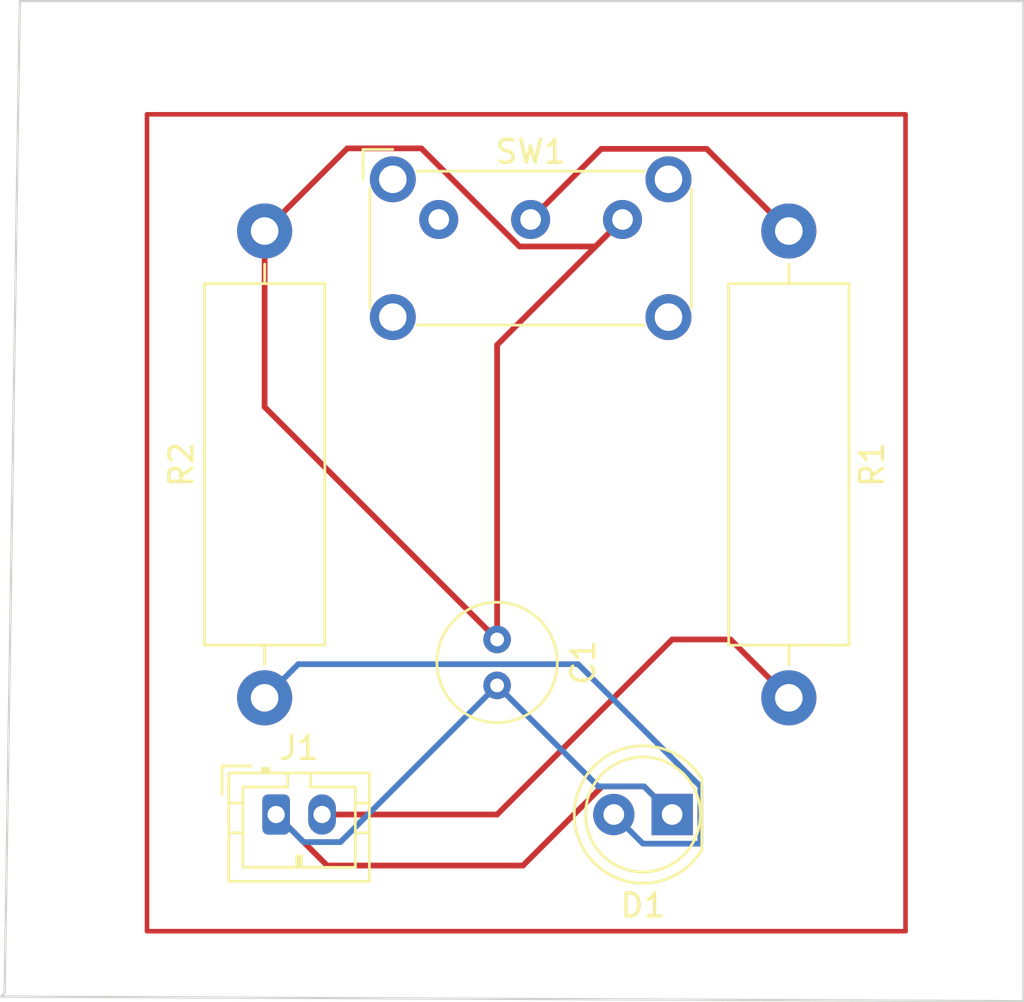
<source format=kicad_pcb>
(kicad_pcb (version 20211014) (generator pcbnew)
  (title_block (rev "Excercise I") (comment 4 "Author : "))
  (layers (0 "F.Cu" signal) (31 "B.Cu" signal) (34 "B.Paste" user) (35 "F.Paste" user) (36 "B.SilkS" user "B.Silkscreen") (37 "F.SilkS" user "F.Silkscreen") (38 "B.Mask" user) (39 "F.Mask" user) (44 "Edge.Cuts" user))
  (net 0 "")
  (net 1 "Net-(C1-Pad1)")
  (net 2 "Net-(C1-Pad2)")
  (net 3 "Net-(D1-Pad2)")
  (net 4 "Net-(J1-Pad2)")
  (net 5 "Net-(R1-Pad1)")
  (net 6 "unconnected-(SW1-Pad1)")
  (footprint "Button_Switch_THT:SW_E-Switch_EG1224_SPDT_Angled" (layer "F.Cu") (at 144.78 121.4175)
    (fp_text reference "SW1" (at 4 -2.95) (layer "F.SilkS"))
    (fp_text value "SW_Push_SPDT")
    (fp_line (start -3.3 -1.75) (end -3.3 -3.05) (layer "F.SilkS") (width 0.12))
    (fp_line (start 8.95 4.6) (end -0.95 4.6) (layer "F.SilkS") (width 0.12))
    (fp_line (start -3.3 -3.05) (end -2 -3.05) (layer "F.SilkS") (width 0.12))
    (fp_line (start -0.95 -2.1) (end 8.95 -2.1) (layer "F.SilkS") (width 0.12))
    (fp_line (start -3 3.85) (end -3 -1.35) (layer "F.SilkS") (width 0.12))
    (fp_line (start 11 -1.35) (end 11 3.85) (layer "F.SilkS") (width 0.12))
    (pad "" thru_hole circle (at -2 4.25) (size 2 2) (drill 1.2) (layers *.Cu *.Mask))
    (pad "" thru_hole circle (at 10 -1.75) (size 2 2) (drill 1.2) (layers *.Cu *.Mask))
    (pad "" thru_hole circle (at -2 -1.75) (size 2 2) (drill 1.2) (layers *.Cu *.Mask))
    (pad "" thru_hole circle (at 10 4.25) (size 2 2) (drill 1.2) (layers *.Cu *.Mask))
    (pad "1" thru_hole circle (at 0 0) (size 1.7 1.7) (drill 0.9) (layers *.Cu *.Mask) (net 6 "unconnected-(SW1-Pad1)"))
    (pad "2" thru_hole circle (at 4 0) (size 1.7 1.7) (drill 0.9) (layers *.Cu *.Mask) (net 5 "Net-(R1-Pad1)"))
    (pad "3" thru_hole circle (at 8 0) (size 1.7 1.7) (drill 0.9) (layers *.Cu *.Mask) (net 1 "Net-(C1-Pad1)"))
  )
  (footprint "Connector_JST:JST_PH_B2B-PH-K_1x02_P2.00mm_Vertical" (layer "F.Cu") (at 137.7 147.32)
    (fp_text reference "J1" (at 1 -2.9) (layer "F.SilkS"))
    (fp_text value "Conn_01x02_Male")
    (fp_line (start -0.3 -2.01) (end -0.6 -2.01) (layer "F.SilkS") (width 0.12))
    (fp_line (start 3.45 -1.2) (end 1.5 -1.2) (layer "F.SilkS") (width 0.12))
    (fp_line (start -2.36 -2.11) (end -2.36 -0.86) (layer "F.SilkS") (width 0.12))
    (fp_line (start 1.5 -1.2) (end 1.5 -1.81) (layer "F.SilkS") (width 0.12))
    (fp_line (start -1.11 -2.11) (end -2.36 -2.11) (layer "F.SilkS") (width 0.12))
    (fp_line (start 0.5 -1.81) (end 0.5 -1.2) (layer "F.SilkS") (width 0.12))
    (fp_line (start -0.3 -1.91) (end -0.6 -1.91) (layer "F.SilkS") (width 0.12))
    (fp_line (start -2.06 -0.5) (end -1.45 -0.5) (layer "F.SilkS") (width 0.12))
    (fp_line (start 0.9 1.8) (end 1.1 1.8) (layer "F.SilkS") (width 0.12))
    (fp_line (start -1.45 -1.2) (end -1.45 2.3) (layer "F.SilkS") (width 0.12))
    (fp_line (start 4.06 -0.5) (end 3.45 -0.5) (layer "F.SilkS") (width 0.12))
    (fp_line (start -0.3 -1.81) (end -0.3 -2.01) (layer "F.SilkS") (width 0.12))
    (fp_line (start 4.06 0.8) (end 3.45 0.8) (layer "F.SilkS") (width 0.12))
    (fp_line (start 3.45 2.3) (end 3.45 -1.2) (layer "F.SilkS") (width 0.12))
    (fp_line (start -0.6 -2.01) (end -0.6 -1.81) (layer "F.SilkS") (width 0.12))
    (fp_line (start 4.06 -1.81) (end -2.06 -1.81) (layer "F.SilkS") (width 0.12))
    (fp_line (start -2.06 0.8) (end -1.45 0.8) (layer "F.SilkS") (width 0.12))
    (fp_line (start -2.06 -1.81) (end -2.06 2.91) (layer "F.SilkS") (width 0.12))
    (fp_line (start 1.1 1.8) (end 1.1 2.3) (layer "F.SilkS") (width 0.12))
    (fp_line (start -1.45 2.3) (end 3.45 2.3) (layer "F.SilkS") (width 0.12))
    (fp_line (start -2.06 2.91) (end 4.06 2.91) (layer "F.SilkS") (width 0.12))
    (fp_line (start 0.5 -1.2) (end -1.45 -1.2) (layer "F.SilkS") (width 0.12))
    (fp_line (start 1 2.3) (end 1 1.8) (layer "F.SilkS") (width 0.12))
    (fp_line (start 0.9 2.3) (end 0.9 1.8) (layer "F.SilkS") (width 0.12))
    (fp_line (start 4.06 2.91) (end 4.06 -1.81) (layer "F.SilkS") (width 0.12))
    (pad "1" thru_hole roundrect (at 0 0) (size 1.2 1.75) (drill 0.75) (layers *.Cu *.Mask) (roundrect_rratio 0.208333) (net 2 "Net-(C1-Pad2)"))
    (pad "2" thru_hole oval (at 2 0) (size 1.2 1.75) (drill 0.75) (layers *.Cu *.Mask) (net 4 "Net-(J1-Pad2)"))
  )
  (footprint "Capacitor_THT:C_Radial_D5.0mm_H5.0mm_P2.00mm" (layer "F.Cu") (at 147.32 139.7 -90)
    (fp_text reference "C1" (at 1 -3.75 90) (layer "F.SilkS"))
    (fp_text value "0.0000047")
    (fp_circle (center 1 0) (end 3.62 0) (layer "F.SilkS") (width 0.12) (fill none))
    (pad "1" thru_hole circle (at 0 0 270) (size 1.2 1.2) (drill 0.6) (layers *.Cu *.Mask) (net 1 "Net-(C1-Pad1)"))
    (pad "2" thru_hole circle (at 2 0 270) (size 1.2 1.2) (drill 0.6) (layers *.Cu *.Mask) (net 2 "Net-(C1-Pad2)"))
  )
  (footprint "Resistor_THT:R_Axial_DIN0516_L15.5mm_D5.0mm_P20.32mm_Horizontal" (layer "F.Cu") (at 160.02 121.92 -90)
    (fp_text reference "R1" (at 10.16 -3.62 90) (layer "F.SilkS"))
    (fp_text value "22000")
    (fp_line (start 1.44 0) (end 2.29 0) (layer "F.SilkS") (width 0.12))
    (fp_line (start 18.88 0) (end 18.03 0) (layer "F.SilkS") (width 0.12))
    (fp_line (start 18.03 2.62) (end 18.03 -2.62) (layer "F.SilkS") (width 0.12))
    (fp_line (start 18.03 -2.62) (end 2.29 -2.62) (layer "F.SilkS") (width 0.12))
    (fp_line (start 2.29 -2.62) (end 2.29 2.62) (layer "F.SilkS") (width 0.12))
    (fp_line (start 2.29 2.62) (end 18.03 2.62) (layer "F.SilkS") (width 0.12))
    (pad "1" thru_hole circle (at 0 0 270) (size 2.4 2.4) (drill 1.2) (layers *.Cu *.Mask) (net 5 "Net-(R1-Pad1)"))
    (pad "2" thru_hole oval (at 20.32 0 270) (size 2.4 2.4) (drill 1.2) (layers *.Cu *.Mask) (net 4 "Net-(J1-Pad2)"))
  )
  (footprint "Resistor_THT:R_Axial_DIN0516_L15.5mm_D5.0mm_P20.32mm_Horizontal" (layer "F.Cu") (at 137.2 142.24 90)
    (fp_text reference "R2" (at 10.16 -3.62 90) (layer "F.SilkS"))
    (fp_text value "20000")
    (fp_line (start 2.29 -2.62) (end 2.29 2.62) (layer "F.SilkS") (width 0.12))
    (fp_line (start 18.03 2.62) (end 18.03 -2.62) (layer "F.SilkS") (width 0.12))
    (fp_line (start 2.29 2.62) (end 18.03 2.62) (layer "F.SilkS") (width 0.12))
    (fp_line (start 1.44 0) (end 2.29 0) (layer "F.SilkS") (width 0.12))
    (fp_line (start 18.03 -2.62) (end 2.29 -2.62) (layer "F.SilkS") (width 0.12))
    (fp_line (start 18.88 0) (end 18.03 0) (layer "F.SilkS") (width 0.12))
    (pad "1" thru_hole circle (at 0 0 90) (size 2.4 2.4) (drill 1.2) (layers *.Cu *.Mask) (net 3 "Net-(D1-Pad2)"))
    (pad "2" thru_hole oval (at 20.32 0 90) (size 2.4 2.4) (drill 1.2) (layers *.Cu *.Mask) (net 1 "Net-(C1-Pad1)"))
  )
  (footprint "LED_THT:LED_D5.0mm" (layer "F.Cu") (at 154.94 147.32 180)
    (fp_text reference "D1" (at 1.27 -3.96) (layer "F.SilkS"))
    (fp_text value "LED")
    (fp_line (start -1.29 -1.545) (end -1.29 1.545) (layer "F.SilkS") (width 0.12))
    (fp_arc (start 4.26 -0.000462) (mid 2.072002 2.880433) (end -1.29 1.54483) (layer "F.SilkS") (width 0.12))
    (fp_arc (start -1.29 -1.54483) (mid 2.072002 -2.880433) (end 4.26 0.000462) (layer "F.SilkS") (width 0.12))
    (fp_circle (center 1.27 0) (end 3.77 0) (layer "F.SilkS") (width 0.12) (fill none))
    (pad "1" thru_hole rect (at 0 0 180) (size 1.8 1.8) (drill 0.9) (layers *.Cu *.Mask) (net 2 "Net-(C1-Pad2)"))
    (pad "2" thru_hole circle (at 2.54 0 180) (size 1.8 1.8) (drill 0.9) (layers *.Cu *.Mask) (net 3 "Net-(D1-Pad2)"))
  )
  (gr_line (start 132.08 152.4) (end 132.08 116.84) (layer "F.Cu") (width 0.2))
  (gr_line (start 165.1 116.84) (end 165.1 152.4) (layer "F.Cu") (width 0.2))
  (gr_line (start 165.1 152.4) (end 132.08 152.4) (layer "F.Cu") (width 0.2))
  (gr_line (start 132.08 116.84) (end 165.1 116.84) (layer "F.Cu") (width 0.2))
  (gr_poly (pts (xy 170.2308 155.448) (xy 125.73 155.2448) (xy 125.8824 155.0924) (xy 126.5428 111.9124) (xy 170.2308 111.9124)) (layer "Edge.Cuts") (width 0.1) (fill none))
  (segment (start 148.293299 122.5925) (end 151.605 122.5925) (width 0.25) (layer "F.Cu") (net 1))
  (segment (start 147.32 139.7) (end 137.2 129.58) (width 0.25) (layer "F.Cu") (net 1))
  (segment (start 151.605 122.5925) (end 152.78 121.4175) (width 0.25) (layer "F.Cu") (net 1))
  (segment (start 147.32 126.8775) (end 152.78 121.4175) (width 0.25) (layer "F.Cu") (net 1))
  (segment (start 137.2 121.92) (end 140.798648 118.321352) (width 0.25) (layer "F.Cu") (net 1))
  (segment (start 147.32 139.7) (end 147.32 126.8775) (width 0.25) (layer "F.Cu") (net 1))
  (segment (start 140.798648 118.321352) (end 144.022151 118.321352) (width 0.25) (layer "F.Cu") (net 1))
  (segment (start 137.2 121.92) (end 137.2 121.96) (width 0.25) (layer "F.Cu") (net 1))
  (segment (start 152.1759 122.0216) (end 152.78 121.4175) (width 0.25) (layer "F.Cu") (net 1))
  (segment (start 137.2 129.58) (end 137.2 121.92) (width 0.25) (layer "F.Cu") (net 1))
  (segment (start 144.022151 118.321352) (end 148.293299 122.5925) (width 0.25) (layer "F.Cu") (net 1))
  (segment (start 151.892588 146.095) (end 153.715 146.095) (width 0.25) (layer "F.Cu") (net 2))
  (segment (start 153.715 146.095) (end 154.94 147.32) (width 0.25) (layer "F.Cu") (net 2))
  (segment (start 139.921802 149.541802) (end 148.445786 149.541802) (width 0.25) (layer "F.Cu") (net 2))
  (segment (start 137.7 147.32) (end 139.921802 149.541802) (width 0.25) (layer "F.Cu") (net 2))
  (segment (start 148.445786 149.541802) (end 151.892588 146.095) (width 0.25) (layer "F.Cu") (net 2))
  (segment (start 153.715 146.095) (end 151.715 146.095) (width 0.25) (layer "B.Cu") (net 2))
  (segment (start 151.715 146.095) (end 147.32 141.7) (width 0.25) (layer "B.Cu") (net 2))
  (segment (start 140.5 148.52) (end 138.9 148.52) (width 0.25) (layer "B.Cu") (net 2))
  (segment (start 147.32 141.7) (end 140.5 148.52) (width 0.25) (layer "B.Cu") (net 2))
  (segment (start 138.9 148.52) (end 137.7 147.32) (width 0.25) (layer "B.Cu") (net 2))
  (segment (start 154.94 147.32) (end 153.715 146.095) (width 0.25) (layer "B.Cu") (net 2))
  (segment (start 150.845 140.775) (end 156.165 146.095) (width 0.25) (layer "B.Cu") (net 3))
  (segment (start 153.67 148.59) (end 152.4 147.32) (width 0.25) (layer "B.Cu") (net 3))
  (segment (start 138.665 140.775) (end 150.845 140.775) (width 0.25) (layer "B.Cu") (net 3))
  (segment (start 137.2 142.24) (end 138.665 140.775) (width 0.25) (layer "B.Cu") (net 3))
  (segment (start 156.12 148.59) (end 153.67 148.59) (width 0.25) (layer "B.Cu") (net 3))
  (segment (start 137.16 142.24) (end 137.2 142.24) (width 0.25) (layer "B.Cu") (net 3))
  (segment (start 156.165 146.095) (end 156.165 148.545) (width 0.25) (layer "B.Cu") (net 3))
  (segment (start 156.165 148.545) (end 156.12 148.59) (width 0.25) (layer "B.Cu") (net 3))
  (segment (start 139.7 147.32) (end 147.32 147.32) (width 0.25) (layer "F.Cu") (net 4))
  (segment (start 157.48 139.7) (end 160.02 142.24) (width 0.25) (layer "F.Cu") (net 4))
  (segment (start 154.94 139.7) (end 157.48 139.7) (width 0.25) (layer "F.Cu") (net 4))
  (segment (start 147.32 147.32) (end 154.94 139.7) (width 0.25) (layer "F.Cu") (net 4))
  (segment (start 151.855 118.3425) (end 156.4425 118.3425) (width 0.25) (layer "F.Cu") (net 5))
  (segment (start 156.4425 118.3425) (end 160.02 121.92) (width 0.25) (layer "F.Cu") (net 5))
  (segment (start 148.78 121.4175) (end 151.855 118.3425) (width 0.25) (layer "F.Cu") (net 5))
  (segment (start 144.78 121.4175) (end 144.78 121.92) (width 0.25) (layer "F.Cu") (net 6))
)
</source>
